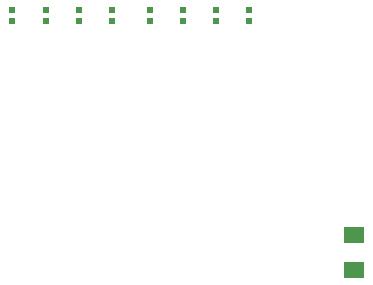
<source format=gbp>
G04*
G04 #@! TF.GenerationSoftware,Altium Limited,Altium Designer,20.0.13 (296)*
G04*
G04 Layer_Color=128*
%FSLAX44Y44*%
%MOMM*%
G71*
G01*
G75*
%ADD26R,1.8000X1.3500*%
%ADD119R,0.6000X0.5000*%
D26*
X668250Y839500D02*
D03*
Y810000D02*
D03*
D119*
X463000Y1020750D02*
D03*
Y1030750D02*
D03*
X435000Y1020749D02*
D03*
Y1030749D02*
D03*
X407000Y1020749D02*
D03*
Y1030749D02*
D03*
X379000Y1020749D02*
D03*
Y1030749D02*
D03*
X579250Y1020749D02*
D03*
Y1030749D02*
D03*
X551250Y1020749D02*
D03*
Y1030749D02*
D03*
X523250Y1020749D02*
D03*
Y1030749D02*
D03*
X495250Y1020750D02*
D03*
Y1030750D02*
D03*
M02*

</source>
